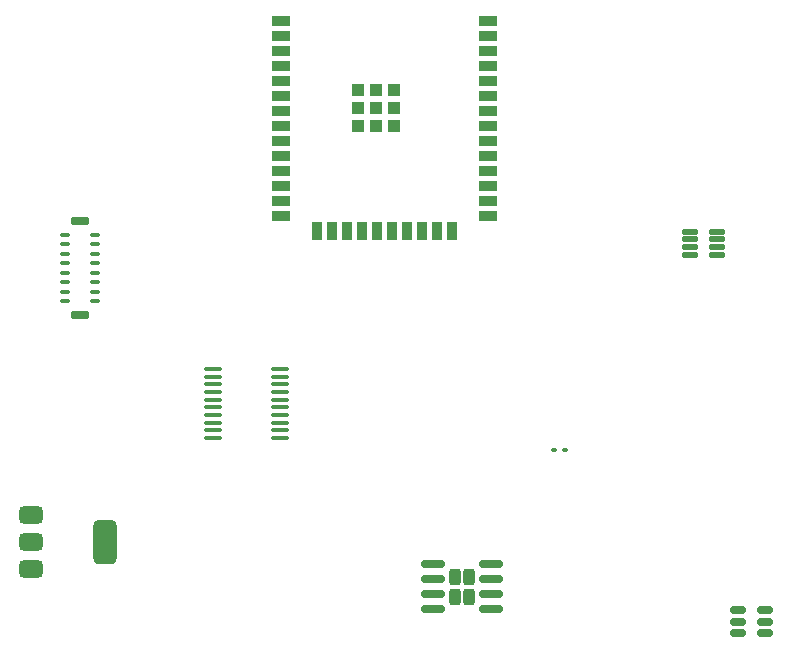
<source format=gbr>
%TF.GenerationSoftware,KiCad,Pcbnew,9.0.0*%
%TF.CreationDate,2025-04-07T19:53:14+05:30*%
%TF.ProjectId,Wearable_Charger,57656172-6162-46c6-95a0-436861726765,rev?*%
%TF.SameCoordinates,Original*%
%TF.FileFunction,Paste,Top*%
%TF.FilePolarity,Positive*%
%FSLAX46Y46*%
G04 Gerber Fmt 4.6, Leading zero omitted, Abs format (unit mm)*
G04 Created by KiCad (PCBNEW 9.0.0) date 2025-04-07 19:53:14*
%MOMM*%
%LPD*%
G01*
G04 APERTURE LIST*
G04 Aperture macros list*
%AMRoundRect*
0 Rectangle with rounded corners*
0 $1 Rounding radius*
0 $2 $3 $4 $5 $6 $7 $8 $9 X,Y pos of 4 corners*
0 Add a 4 corners polygon primitive as box body*
4,1,4,$2,$3,$4,$5,$6,$7,$8,$9,$2,$3,0*
0 Add four circle primitives for the rounded corners*
1,1,$1+$1,$2,$3*
1,1,$1+$1,$4,$5*
1,1,$1+$1,$6,$7*
1,1,$1+$1,$8,$9*
0 Add four rect primitives between the rounded corners*
20,1,$1+$1,$2,$3,$4,$5,0*
20,1,$1+$1,$4,$5,$6,$7,0*
20,1,$1+$1,$6,$7,$8,$9,0*
20,1,$1+$1,$8,$9,$2,$3,0*%
G04 Aperture macros list end*
%ADD10RoundRect,0.100000X-0.637500X-0.100000X0.637500X-0.100000X0.637500X0.100000X-0.637500X0.100000X0*%
%ADD11RoundRect,0.375000X-0.625000X-0.375000X0.625000X-0.375000X0.625000X0.375000X-0.625000X0.375000X0*%
%ADD12RoundRect,0.500000X-0.500000X-1.400000X0.500000X-1.400000X0.500000X1.400000X-0.500000X1.400000X0*%
%ADD13RoundRect,0.125000X-0.537500X-0.125000X0.537500X-0.125000X0.537500X0.125000X-0.537500X0.125000X0*%
%ADD14R,1.500000X0.900000*%
%ADD15R,0.900000X1.500000*%
%ADD16R,1.050000X1.050000*%
%ADD17RoundRect,0.090000X-0.139000X-0.090000X0.139000X-0.090000X0.139000X0.090000X-0.139000X0.090000X0*%
%ADD18RoundRect,0.100000X0.295000X-0.100000X0.295000X0.100000X-0.295000X0.100000X-0.295000X-0.100000X0*%
%ADD19RoundRect,0.162500X0.637500X-0.162500X0.637500X0.162500X-0.637500X0.162500X-0.637500X-0.162500X0*%
%ADD20RoundRect,0.150000X0.512500X0.150000X-0.512500X0.150000X-0.512500X-0.150000X0.512500X-0.150000X0*%
%ADD21RoundRect,0.250000X0.255000X0.440000X-0.255000X0.440000X-0.255000X-0.440000X0.255000X-0.440000X0*%
%ADD22RoundRect,0.150000X0.825000X0.150000X-0.825000X0.150000X-0.825000X-0.150000X0.825000X-0.150000X0*%
G04 APERTURE END LIST*
D10*
%TO.C,U1*%
X149800000Y-115050000D03*
X149800000Y-115700000D03*
X149800000Y-116350000D03*
X149800000Y-117000000D03*
X149800000Y-117650000D03*
X149800000Y-118300000D03*
X149800000Y-118950000D03*
X149800000Y-119600000D03*
X149800000Y-120250000D03*
X149800000Y-120900000D03*
X155525000Y-120900000D03*
X155525000Y-120250000D03*
X155525000Y-119600000D03*
X155525000Y-118950000D03*
X155525000Y-118300000D03*
X155525000Y-117650000D03*
X155525000Y-117000000D03*
X155525000Y-116350000D03*
X155525000Y-115700000D03*
X155525000Y-115050000D03*
%TD*%
D11*
%TO.C,U5*%
X134400000Y-127400000D03*
X134400000Y-129700000D03*
D12*
X140700000Y-129700000D03*
D11*
X134400000Y-132000000D03*
%TD*%
D13*
%TO.C,U6*%
X190262500Y-103425000D03*
X190262500Y-104075000D03*
X190262500Y-104725000D03*
X190262500Y-105375000D03*
X192537500Y-105375000D03*
X192537500Y-104725000D03*
X192537500Y-104075000D03*
X192537500Y-103425000D03*
%TD*%
D14*
%TO.C,U8*%
X155605000Y-85585000D03*
X155605000Y-86855000D03*
X155605000Y-88125000D03*
X155605000Y-89395000D03*
X155605000Y-90665000D03*
X155605000Y-91935000D03*
X155605000Y-93205000D03*
X155605000Y-94475000D03*
X155605000Y-95745000D03*
X155605000Y-97015000D03*
X155605000Y-98285000D03*
X155605000Y-99555000D03*
X155605000Y-100825000D03*
X155605000Y-102095000D03*
D15*
X158645000Y-103345000D03*
X159915000Y-103345000D03*
X161185000Y-103345000D03*
X162455000Y-103345000D03*
X163725000Y-103345000D03*
X164995000Y-103345000D03*
X166265000Y-103345000D03*
X167535000Y-103345000D03*
X168805000Y-103345000D03*
X170075000Y-103345000D03*
D14*
X173105000Y-102095000D03*
X173105000Y-100825000D03*
X173105000Y-99555000D03*
X173105000Y-98285000D03*
X173105000Y-97015000D03*
X173105000Y-95745000D03*
X173105000Y-94475000D03*
X173105000Y-93205000D03*
X173105000Y-91935000D03*
X173105000Y-90665000D03*
X173105000Y-89395000D03*
X173105000Y-88125000D03*
X173105000Y-86855000D03*
X173105000Y-85585000D03*
D16*
X162150000Y-91400000D03*
X162150000Y-92925000D03*
X162150000Y-94450000D03*
X163675000Y-91400000D03*
X163675000Y-92925000D03*
X163675000Y-94450000D03*
X165200000Y-91400000D03*
X165200000Y-92925000D03*
X165200000Y-94450000D03*
%TD*%
D17*
%TO.C,R1*%
X178750000Y-121915000D03*
X179615000Y-121915000D03*
%TD*%
D18*
%TO.C,P1*%
X137330000Y-103710000D03*
X137330000Y-104510000D03*
X137330000Y-105310000D03*
X137330000Y-106110000D03*
X137330000Y-106910000D03*
X137330000Y-107710000D03*
X137330000Y-108510000D03*
X137330000Y-109310000D03*
X139870000Y-109310000D03*
X139870000Y-108510000D03*
X139870000Y-107710000D03*
X139870000Y-106910000D03*
X139870000Y-106110000D03*
X139870000Y-105310000D03*
X139870000Y-104510000D03*
X139870000Y-103710000D03*
D19*
X138600000Y-102560000D03*
X138600000Y-110460000D03*
%TD*%
D20*
%TO.C,U3*%
X196600000Y-137400000D03*
X196600000Y-136450000D03*
X196600000Y-135500000D03*
X194325000Y-135500000D03*
X194325000Y-136450000D03*
X194325000Y-137400000D03*
%TD*%
D21*
%TO.C,U2*%
X171525000Y-134330000D03*
X171525000Y-132680000D03*
X170325000Y-134330000D03*
X170325000Y-132680000D03*
D22*
X173400000Y-135410000D03*
X173400000Y-134140000D03*
X173400000Y-132870000D03*
X173400000Y-131600000D03*
X168450000Y-131600000D03*
X168450000Y-132870000D03*
X168450000Y-134140000D03*
X168450000Y-135410000D03*
%TD*%
M02*

</source>
